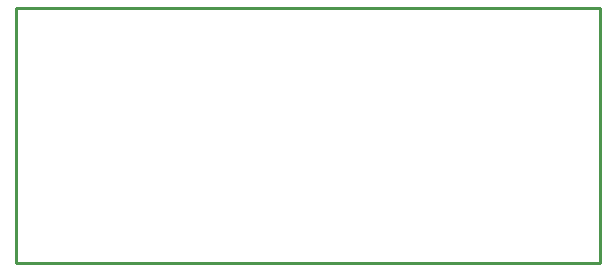
<source format=gko>
G04 start of page 8 for group 6 idx 6 *
G04 Title: (unknown), outline *
G04 Creator: pcb 20140316 *
G04 CreationDate: Tue 22 Dec 2015 07:16:43 PM GMT UTC *
G04 For: vince *
G04 Format: Gerber/RS-274X *
G04 PCB-Dimensions (mil): 1950.00 850.00 *
G04 PCB-Coordinate-Origin: lower left *
%MOIN*%
%FSLAX25Y25*%
%LNOUTLINE*%
%ADD85C,0.0100*%
G54D85*X300Y84700D02*Y0D01*
X195000D01*
Y85000D01*
X300D01*
M02*

</source>
